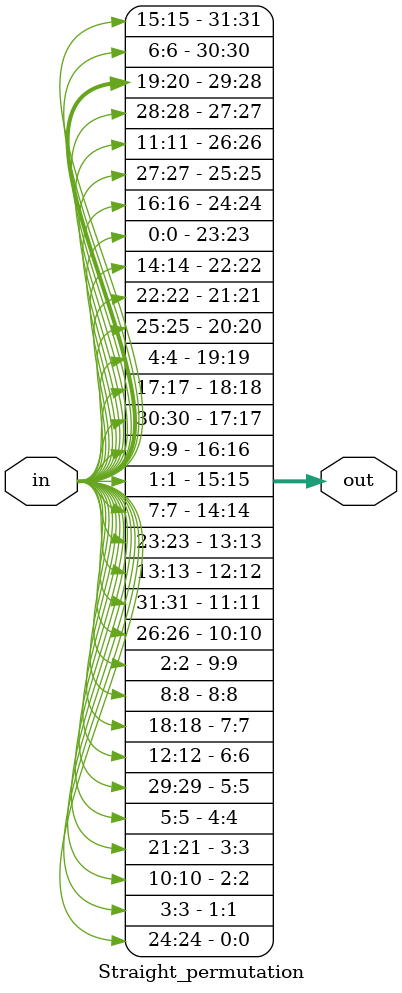
<source format=v>
`timescale 1ns / 1ps
module DES_Implementation(
    input [0:63] Input,
    input[0:47] K1,K2,K3,K4,K5,K6,K7,K8,K9,K10,K11,K12,K13,K14,K15,K16,
    output [0:63] Output
    );
    wire [0:31] L0,L1,L2,L3,L4,L5,L6,L7,L8,L9,L10,L11,L12,L13,L14,L15,L16;
    wire [0:31] R0,R1,R2,R3,R4,R5,R6,R7,R8,R9,R10,R11,R12,R13,R14,R15,R16;
    
    wire [0:63] ip;
    initial_permutation IP1 (Input,ip);
    
    //Before key
    wire [0:47] BK1,BK2,BK3,BK4,BK5,BK6,BK7,BK8,BK9,BK10,BK11,BK12,BK13,BK14,BK15,BK16;
    //After key
    wire [0:47] AK1,AK2,AK3,AK4,AK5,AK6,AK7,AK8,AK9,AK10,AK11,AK12,AK13,AK14,AK15,AK16;
    //Before XORing finally at the end
    wire [0:31] BL1,BL2,BL3,BL4,BL5,BL6,BL7,BL8,BL9,BL10,BL11,BL12,BL13,BL14,BL15,BL16;
    
    //after permutation dividing into 2 parts
    assign L0 = ip[0:31];
    assign R0 = ip[31:63];
    
    assign L1 = R0;
    //getting through expansion key-box then xor'ing
    expansion_pbox Exp1(R0,BK1);
    assign AK1 = BK1 ^ K1;
    
    Calculate_SBOX SB1(AK1, BL1);
    assign R1 = L0 ^ BL1;
    
    assign Output = {L1,R1};
    
endmodule

module initial_permutation(
    input [0:63] data_in,  // 64-bit input data
    output [0:63] data_out // 64-bit output data after permutation
);

// Perform the bit permutation according to the correct order (starting from data_out[0])
 //58 50 42 34 26 18 10 02
assign data_out[0] = data_in[57];   // Bit 58 to output 0
assign data_out[1] = data_in[49];   // Bit 50 to output 1
assign data_out[2] = data_in[41];   // Bit 42 to output 2
assign data_out[3] = data_in[33];   // Bit 34 to output 3
assign data_out[4] = data_in[25];   // Bit 26 to output 4
assign data_out[5] = data_in[17];   // Bit 18 to output 5
assign data_out[6] = data_in[9];    // Bit 10 to output 6
assign data_out[7] = data_in[1];    // Bit 02 to output 7

// 60 52 44 36 28 20 12 04
assign data_out[8] = data_in[59];   // Bit 60 to output 8
assign data_out[9] = data_in[51];   // Bit 52 to output 9
assign data_out[10] = data_in[43];  // Bit 44 to output 10
assign data_out[11] = data_in[35];  // Bit 36 to output 11
assign data_out[12] = data_in[27];  // Bit 28 to output 12
assign data_out[13] = data_in[19];  // Bit 20 to output 13
assign data_out[14] = data_in[11];  // Bit 12 to output 14
assign data_out[15] = data_in[3];   // Bit 04 to output 15

//  62 54 46 38 30 22 14 06
assign data_out[16] = data_in[61];  // Bit 62 to output 16
assign data_out[17] = data_in[53];  // Bit 54 to output 17
assign data_out[18] = data_in[45];  // Bit 46 to output 18
assign data_out[19] = data_in[37];  // Bit 38 to output 19
assign data_out[20] = data_in[29];  // Bit 30 to output 20
assign data_out[21] = data_in[21];  // Bit 22 to output 21
assign data_out[22] = data_in[13];  // Bit 14 to output 22
assign data_out[23] = data_in[5];   // Bit 06 to output 23

// 64 56 48 40 32 24 16 08
assign data_out[24] = data_in[63];  // Bit 64 to output 24
assign data_out[25] = data_in[55];  // Bit 56 to output 25
assign data_out[26] = data_in[47];  // Bit 48 to output 26
assign data_out[27] = data_in[39];  // Bit 40 to output 27
assign data_out[28] = data_in[31];  // Bit 32 to output 28
assign data_out[29] = data_in[23];  // Bit 24 to output 29
assign data_out[30] = data_in[15];  // Bit 16 to output 30
assign data_out[31] = data_in[7];   // Bit 08 to output 31

// 57 49 41 33 25 17 09 01
assign data_out[32] = data_in[56];  // Bit 57 to output 32
assign data_out[33] = data_in[48];  // Bit 49 to output 33
assign data_out[34] = data_in[40];  // Bit 41 to output 34
assign data_out[35] = data_in[32];  // Bit 33 to output 35
assign data_out[36] = data_in[24];  // Bit 25 to output 36
assign data_out[37] = data_in[16];  // Bit 17 to output 37
assign data_out[38] = data_in[8];   // Bit 09 to output 38
assign data_out[39] = data_in[0];   // Bit 01 to output 39

// 59 51 43 35 27 19 11 03
assign data_out[40] = data_in[58];  // Bit 59 to output 40
assign data_out[41] = data_in[50];  // Bit 51 to output 41
assign data_out[42] = data_in[42];  // Bit 43 to output 42
assign data_out[43] = data_in[34];  // Bit 35 to output 43
assign data_out[44] = data_in[26];  // Bit 27 to output 44
assign data_out[45] = data_in[18];  // Bit 19 to output 45
assign data_out[46] = data_in[10];  // Bit 11 to output 46
assign data_out[47] = data_in[2];   // Bit 03 to output 47

//  61 53 45 37 29 21 13 05
assign data_out[48] = data_in[60];  // Bit 61 to output 48
assign data_out[49] = data_in[52];  // Bit 53 to output 49
assign data_out[50] = data_in[44];  // Bit 45 to output 50
assign data_out[51] = data_in[36];  // Bit 37 to output 51
assign data_out[52] = data_in[28];  // Bit 29 to output 52
assign data_out[53] = data_in[20];  // Bit 21 to output 53
assign data_out[54] = data_in[12];  // Bit 13 to output 54
assign data_out[55] = data_in[4];   // Bit 05 to output 55

//63 55 47 39 31 23 15 07
assign data_out[56] = data_in[62];  // Bit 63 to output 56
assign data_out[57] = data_in[54];  // Bit 55 to output 57
assign data_out[58] = data_in[46];  // Bit 47 to output 58
assign data_out[59] = data_in[38];  // Bit 39 to output 59
assign data_out[60] = data_in[30];  // Bit 31 to output 60
assign data_out[61] = data_in[22];  // Bit 23 to output 61
assign data_out[62] = data_in[14];  // Bit 15 to output 62
assign data_out[63] = data_in[6];   // Bit 07 to output 63

endmodule

module final_permutation(
    input [0:63] data_in,  // 64-bit input data
    output [0:63] data_out // 64-bit output data after final permutation
);

// Perform the bit permutation according to the final permutation (FP) table
//40 08 48 16 56 24 64 32
assign data_out[0] = data_in[39];   // Bit 40 to output 0
assign data_out[1] = data_in[7];    // Bit 08 to output 1
assign data_out[2] = data_in[47];   // Bit 48 to output 2
assign data_out[3] = data_in[15];   // Bit 16 to output 3
assign data_out[4] = data_in[55];   // Bit 56 to output 4
assign data_out[5] = data_in[23];   // Bit 24 to output 5
assign data_out[6] = data_in[63];   // Bit 64 to output 6
assign data_out[7] = data_in[31];   // Bit 32 to output 7

//39 07 47 15 55 23 63 31
assign data_out[8] = data_in[38];   // Bit 39 to output 8
assign data_out[9] = data_in[6];    // Bit 07 to output 9
assign data_out[10] = data_in[46];  // Bit 47 to output 10
assign data_out[11] = data_in[14];  // Bit 15 to output 11
assign data_out[12] = data_in[54];  // Bit 55 to output 12
assign data_out[13] = data_in[22];  // Bit 23 to output 13
assign data_out[14] = data_in[62];  // Bit 63 to output 14
assign data_out[15] = data_in[30];  // Bit 31 to output 15

// 38 06 46 14 54 22 62 30
assign data_out[16] = data_in[37];  // Bit 38 to output 16
assign data_out[17] = data_in[5];   // Bit 06 to output 17
assign data_out[18] = data_in[45];  // Bit 46 to output 18
assign data_out[19] = data_in[13];  // Bit 14 to output 19
assign data_out[20] = data_in[53];  // Bit 54 to output 20
assign data_out[21] = data_in[21];  // Bit 22 to output 21
assign data_out[22] = data_in[61];  // Bit 62 to output 22
assign data_out[23] = data_in[29];  // Bit 30 to output 23

// 37 05 45 13 53 21 61 29
assign data_out[24] = data_in[36];  // Bit 37 to output 24
assign data_out[25] = data_in[4];   // Bit 05 to output 25
assign data_out[26] = data_in[44];  // Bit 45 to output 26
assign data_out[27] = data_in[12];  // Bit 13 to output 27
assign data_out[28] = data_in[52];  // Bit 53 to output 28
assign data_out[29] = data_in[20];  // Bit 21 to output 29
assign data_out[30] = data_in[60];  // Bit 61 to output 30
assign data_out[31] = data_in[28];  // Bit 29 to output 31

// 36 04 44 12 52 20 60 28
assign data_out[32] = data_in[35];  // Bit 36 to output 32
assign data_out[33] = data_in[3];   // Bit 04 to output 33
assign data_out[34] = data_in[43];  // Bit 44 to output 34
assign data_out[35] = data_in[11];  // Bit 12 to output 35
assign data_out[36] = data_in[51];  // Bit 52 to output 36
assign data_out[37] = data_in[19];  // Bit 20 to output 37
assign data_out[38] = data_in[59];  // Bit 60 to output 38
assign data_out[39] = data_in[27];  // Bit 28 to output 39

// 35 03 43 11 51 19 59 27
assign data_out[40] = data_in[34];  // Bit 35 to output 40
assign data_out[41] = data_in[2];   // Bit 03 to output 41
assign data_out[42] = data_in[42];  // Bit 43 to output 42
assign data_out[43] = data_in[10];  // Bit 11 to output 43
assign data_out[44] = data_in[50];  // Bit 51 to output 44
assign data_out[45] = data_in[18];  // Bit 19 to output 45
assign data_out[46] = data_in[58];  // Bit 59 to output 46
assign data_out[47] = data_in[26];  // Bit 27 to output 47

// 34 02 42 10 50 18 58 26
assign data_out[48] = data_in[33];  // Bit 34 to output 48
assign data_out[49] = data_in[1];   // Bit 01 to output 49
assign data_out[50] = data_in[41];  // Bit 41 to output 50
assign data_out[51] = data_in[9];   // Bit 09 to output 51
assign data_out[52] = data_in[49];  // Bit 49 to output 52
assign data_out[53] = data_in[17];  // Bit 17 to output 53
assign data_out[54] = data_in[57];  // Bit 57 to output 54
assign data_out[55] = data_in[25];  // Bit 25 to output 55

// 33 01 41 09 49 17 57 25
assign data_out[56] = data_in[32];  // Bit 33 to output 56
assign data_out[57] = data_in[0];   // Bit 01 to output 57
assign data_out[58] = data_in[40];  // Bit 41 to output 58
assign data_out[59] = data_in[8];   // Bit 09 to output 59
assign data_out[60] = data_in[48];  // Bit 49 to output 60
assign data_out[61] = data_in[16];  // Bit 17 to output 61
assign data_out[62] = data_in[56];  // Bit 57 to output 62
assign data_out[63] = data_in[24];  // Bit 25 to output 63

endmodule

module expansion_pbox(
    input [31:0] data_in,   // 32-bit input
    output [47:0] data_out  // 48-bit expanded output
);

// Perform the bit expansion according to the expansion P-box table
assign data_out[0] = data_in[31];  // Bit 32 to output 0
assign data_out[1] = data_in[0];   // Bit 01 to output 1
assign data_out[2] = data_in[1];   // Bit 02 to output 2
assign data_out[3] = data_in[2];   // Bit 03 to output 3
assign data_out[4] = data_in[3];   // Bit 04 to output 4
assign data_out[5] = data_in[4];   // Bit 05 to output 5

assign data_out[6] = data_in[3];   // Bit 04 to output 6
assign data_out[7] = data_in[4];   // Bit 05 to output 7
assign data_out[8] = data_in[5];   // Bit 06 to output 8
assign data_out[9] = data_in[6];   // Bit 07 to output 9
assign data_out[10] = data_in[7];  // Bit 08 to output 10
assign data_out[11] = data_in[8];  // Bit 09 to output 11

assign data_out[12] = data_in[7];  // Bit 08 to output 12
assign data_out[13] = data_in[8];  // Bit 09 to output 13
assign data_out[14] = data_in[9];  // Bit 10 to output 14
assign data_out[15] = data_in[10]; // Bit 11 to output 15
assign data_out[16] = data_in[11]; // Bit 12 to output 16
assign data_out[17] = data_in[12]; // Bit 13 to output 17

assign data_out[18] = data_in[11]; // Bit 12 to output 18
assign data_out[19] = data_in[12]; // Bit 13 to output 19
assign data_out[20] = data_in[13]; // Bit 14 to output 20
assign data_out[21] = data_in[14]; // Bit 15 to output 21
assign data_out[22] = data_in[15]; // Bit 16 to output 22
assign data_out[23] = data_in[16]; // Bit 17 to output 23

assign data_out[24] = data_in[15]; // Bit 16 to output 24
assign data_out[25] = data_in[16]; // Bit 17 to output 25
assign data_out[26] = data_in[17]; // Bit 18 to output 26
assign data_out[27] = data_in[18]; // Bit 19 to output 27
assign data_out[28] = data_in[19]; // Bit 20 to output 28
assign data_out[29] = data_in[20]; // Bit 21 to output 29

assign data_out[30] = data_in[19]; // Bit 20 to output 30
assign data_out[31] = data_in[20]; // Bit 21 to output 31
assign data_out[32] = data_in[21]; // Bit 22 to output 32
assign data_out[33] = data_in[22]; // Bit 23 to output 33
assign data_out[34] = data_in[23]; // Bit 24 to output 34
assign data_out[35] = data_in[24]; // Bit 25 to output 35

assign data_out[36] = data_in[23]; // Bit 24 to output 36
assign data_out[37] = data_in[24]; // Bit 25 to output 37
assign data_out[38] = data_in[25]; // Bit 26 to output 38
assign data_out[39] = data_in[26]; // Bit 27 to output 39
assign data_out[40] = data_in[27]; // Bit 28 to output 40
assign data_out[41] = data_in[28]; // Bit 29 to output 41

assign data_out[42] = data_in[27]; // Bit 28 to output 42
assign data_out[43] = data_in[28]; // Bit 29 to output 43
assign data_out[44] = data_in[29]; // Bit 30 to output 44
assign data_out[45] = data_in[30]; // Bit 31 to output 45
assign data_out[46] = data_in[31]; // Bit 32 to output 46
assign data_out[47] = data_in[0];  // Bit 01 to output 47

endmodule

module xor_48bit(
    input [47:0] num1,  // First 48-bit input
    input [47:0] num2,  // Second 48-bit input
    output [47:0] result  // 48-bit XOR result
);

// XOR operation between the two 48-bit numbers
assign result = num1 ^ num2;

endmodule

module Calculate_SBOX(
    input [47:0] in,
    output[31:0] out
    );
    wire [5:0] si0,si1,si2,si3,si4,si5,si6,si7;
    
    S_box_pre_calculation sp0(in[5:0],si0);
    S_box_pre_calculation sp1(in[11:6],si1);
    S_box_pre_calculation sp2(in[17:12],si2);
    S_box_pre_calculation sp3(in[23:18],si3);
    S_box_pre_calculation sp4(in[29:24],si4);
    S_box_pre_calculation sp5(in[35:30],si5);
    S_box_pre_calculation sp6(in[41:36],si6);
    S_box_pre_calculation sp7(in[47:42],si7);
    
    S8 sc0(si0 , out[3:0]);
    S7 sc1(si1 , out[7:4]);
    S6 sc2(si2 , out[11:8]);
    S5 sc3(si3 , out[15:12]);
    S4 sc4(si4 , out[19:16]);
    S3 sc5(si5 , out[23:20]);
    S2 sc6(si6 , out[27:24]);
    S1 sc7(si7 , out[31:28]);
    
endmodule 

module S_box_pre_calculation( 
    input [5:0] in,
    output reg [5:0] out
    );
    
  always @* begin
    out = 6'b000000; // Initialize to 0
    case (in)
        6'b0_0000_0: out = 0;
        6'b0_0001_0: out = 1;
        6'b0_0010_0: out = 2;
        6'b0_0011_0: out = 3;
        6'b0_0100_0: out = 4;
        6'b0_0101_0: out = 5;
        6'b0_0110_0: out = 6;
        6'b0_0111_0: out = 7;
        6'b0_1000_0: out = 8;
        6'b0_1001_0: out = 9;
        6'b0_1010_0: out = 10;
        6'b0_1011_0: out = 11;
        6'b0_1100_0: out = 12;
        6'b0_1101_0: out = 13;
        6'b0_1110_0: out = 14;
        6'b0_1111_0: out = 15;

        6'b0_0000_1: out = 16;
        6'b0_0001_1: out = 17;
        6'b0_0010_1: out = 18;
        6'b0_0011_1: out = 19;
        6'b0_0100_1: out = 20;
        6'b0_0101_1: out = 21;
        6'b0_0110_1: out = 22;
        6'b0_0111_1: out = 23;
        6'b0_1000_1: out = 24;
        6'b0_1001_1: out = 25;
        6'b0_1010_1: out = 26;
        6'b0_1011_1: out = 27;
        6'b0_1100_1: out = 28;
        6'b0_1101_1: out = 29;
        6'b0_1110_1: out = 30;
        6'b0_1111_1: out = 31;

        6'b1_0000_0: out = 32;
        6'b1_0001_0: out = 33;
        6'b1_0010_0: out = 34;
        6'b1_0011_0: out = 35;
        6'b1_0100_0: out = 36;
        6'b1_0101_0: out = 37;
        6'b1_0110_0: out = 38;
        6'b1_0111_0: out = 39;
        6'b1_1000_0: out = 40;
        6'b1_1001_0: out = 41;
        6'b1_1010_0: out = 42;
        6'b1_1011_0: out = 43;
        6'b1_1100_0: out = 44;
        6'b1_1101_0: out = 45;
        6'b1_1110_0: out = 46;
        6'b1_1111_0: out = 47;

        6'b1_0000_1: out = 48;
        6'b1_0001_1: out = 49;
        6'b1_0010_1: out = 50;
        6'b1_0011_1: out = 51;
        6'b1_0100_1: out = 52;
        6'b1_0101_1: out = 53;
        6'b1_0110_1: out = 54;
        6'b1_0111_1: out = 55;
        6'b1_1000_1: out = 56;
        6'b1_1001_1: out = 57;
        6'b1_1010_1: out = 58;
        6'b1_1011_1: out = 59;
        6'b1_1100_1: out = 60;
        6'b1_1101_1: out = 61;
        6'b1_1110_1: out = 62;
        6'b1_1111_1: out = 63;
      default: out = 0;
    endcase
    end
endmodule


module S1(
    input [5:0] in, 
    output reg [3:0] out
    );
    
   initial begin
    out = 4'b0000;  // Initialize out to 0
  end
  
  always @* case (in)
    0 : out = 14;
    1 : out = 4;
    2 : out = 13;
    3 : out = 01;
    4 : out = 02;
    5 : out = 15;
    6 : out = 11;
    7 : out = 08;
    8 : out = 03;
    9 : out = 10;
    10 : out = 06;
    11 : out = 12;
    12 : out = 05;
    13 : out = 09;
    14 : out = 00;
    15 : out = 07;
    
    16 : out = 0;
    17 : out = 15;
    18 : out = 07;
    19 : out = 04;
    20 : out = 14;
    21 : out = 02;
    22 : out = 13;
    23 : out = 10;
    24 : out = 03;
    25 : out = 06;
    26 : out = 12;
    27 : out = 11;
    28 : out = 09;
    29 : out = 05;
    30 : out = 03;
    31 : out = 08;
    
    32 : out = 04;
    33 : out = 01;
    34 : out = 14;
    35 : out = 08;
    36 : out = 13;
    37 : out = 06;
    38 : out = 02;
    39 : out = 11;
    40 : out = 15;
    41 : out = 12;
    42 : out = 09;
    43 : out = 07;
    44 : out = 03;
    45 : out = 10;
    46 : out = 05;
    47 : out = 00;
    
    48 : out = 15;
    49 : out = 12;
    50 : out = 08;
    51 : out = 02;
    52 : out = 04;
    53 : out = 09;
    54 : out = 01;
    55 : out = 07;
    56 : out = 05;
    57 : out = 11;
    58 : out = 03;
    59 : out = 14;
    60 : out = 10;
    61 : out = 00;
    62 : out = 06;
    63 : out = 13;
  endcase
endmodule

module S2(
    input [5:0] in, 
    output reg [3:0] out
    );
    initial begin
    out = 4'b0000;  // Initialize out to 0
  end
  
  always @* case (in)
  //15 01 08 14 06 11 03 04 09 07 02 13 12 00 05 10
    0 : out = 15;
    1 : out = 01;
    2 : out = 08;
    3 : out = 14;
    4 : out = 06;
    5 : out = 11;
    6 : out = 03;
    7 : out = 04;
    8 : out = 09;
    9 : out = 07;
    10 : out = 02;
    11 : out = 13;
    12 : out = 12;
    13 : out = 00;
    14 : out = 05;
    15 : out = 10;
    
    //03 13 04 07 15 02 08 14 12 00 01 10 06 09 11 05
    16 : out = 03;
    17 : out = 13;
    18 : out = 04;
    19 : out = 07;
    20 : out = 15;
    21 : out = 02;
    22 : out = 08;
    23 : out = 14;
    24 : out = 12;
    25 : out = 00;
    26 : out = 01;
    27 : out = 10;
    28 : out = 06;
    29 : out = 09;
    30 : out = 11;
    31 : out = 05;
    
    32 : out = 00;
    33 : out = 14;
    34 : out = 07;
    35 : out = 11;
    36 : out = 10;
    37 : out = 04;
    38 : out = 13;
    39 : out = 01;
    40 : out = 05;
    41 : out = 08;
    42 : out = 12;
    43 : out = 06;
    44 : out = 09;
    45 : out = 03;
    46 : out = 02;
    47 : out = 15;
    
    48 : out = 13;
    49 : out = 08;
    50 : out = 10;
    51 : out = 01;
    52 : out = 03;
    53 : out = 15;
    54 : out = 04;
    55 : out = 02;
    56 : out = 11;
    57 : out = 06;
    58 : out = 07;
    59 : out = 12;
    60 : out = 00;
    61 : out = 05;
    62 : out = 14;
    63 : out = 09;
  endcase
endmodule

module S3(input [5:0] in, output reg [3:0] out);

  initial begin
    out = 4'b0000;  // Initialize out to 0
  end
  
  always @* case (in)
    0 : out = 10;
    1 : out = 00;
    2 : out = 09;
    3 : out = 14;
    4 : out = 06;
    5 : out = 03;
    6 : out = 15;
    7 : out = 05;
    8 : out = 01;
    9 : out = 13;
    10 : out = 12;
    11 : out = 07;
    12 : out = 11;
    13 : out = 04;
    14 : out = 02;
    15 : out = 08;
    
    16 : out = 13;
    17 : out = 07;
    18 : out = 00;
    19 : out = 09;
    20 : out = 03;
    21 : out = 04;
    22 : out = 06;
    23 : out = 10;
    24 : out = 02;
    25 : out = 08;
    26 : out = 05;
    27 : out = 14;
    28 : out = 12;
    29 : out = 11;
    30 : out = 15;
    31 : out = 01;
    
    32 : out = 13;
    33 : out = 06;
    34 : out = 04;
    35 : out = 09;
    36 : out = 08;
    37 : out = 15;
    38 : out = 03;
    39 : out = 00;
    40 : out = 11;
    41 : out = 01;
    42 : out = 02;
    43 : out = 12;
    44 : out = 05;
    45 : out = 10;
    46 : out = 14;
    47 : out = 07;
    
    48 : out = 01;
    49 : out = 10;
    50 : out = 13;
    51 : out = 00;
    52 : out = 06;
    53 : out = 09;
    54 : out = 08;
    55 : out = 07;
    56 : out = 04;
    57 : out = 15;
    58 : out = 14;
    59 : out = 03;
    60 : out = 11;
    61 : out = 05;
    62 : out = 02;
    63 : out = 12;
  endcase
endmodule

module S4(input [5:0] in, output reg [3:0] out);

  initial begin
    out = 4'b0000;  // Initialize out to 0
  end
  always @* case (in)
    0 : out = 07;
    1 : out = 13;
    2 : out = 14;
    3 : out = 03;
    4 : out = 00;
    5 : out = 06;
    6 : out = 09;
    7 : out = 10;
    8 : out = 01;
    9 : out = 02;
    10 : out = 08;
    11 : out = 05;
    12 : out = 11;
    13 : out = 12;
    14 : out = 04;
    15 : out = 15;
    
    16 : out = 13;
    17 : out = 08;
    18 : out = 11;
    19 : out = 05;
    20 : out = 06;
    21 : out = 15;
    22 : out = 00;
    23 : out = 03;
    24 : out = 04;
    25 : out = 07;
    26 : out = 02;
    27 : out = 12;
    28 : out = 01;
    29 : out = 10;
    30 : out = 14;
    31 : out = 09;
    
    32 : out = 10;
    33 : out = 06;
    34 : out = 09;
    35 : out = 00;
    36 : out = 12;
    37 : out = 11;
    38 : out = 07;
    39 : out = 13;
    40 : out = 15;
    41 : out = 01;
    42 : out = 03;
    43 : out = 14;
    44 : out = 05;
    45 : out = 02;
    46 : out = 08;
    47 : out = 04;
    
    48 : out = 03;
    49 : out = 15;
    50 : out = 00;
    51 : out = 06;
    52 : out = 10;
    53 : out = 01;
    54 : out = 13;
    55 : out = 08;
    56 : out = 09;
    57 : out = 04;
    58 : out = 05;
    59 : out = 11;
    60 : out = 12;
    61 : out = 07;
    62 : out = 02;
    63 : out = 14;
  endcase
endmodule

module S5(input [5:0] in, output reg [3:0] out);

  initial begin
    out = 4'b0000;  // Initialize out to 0
  end
  
  
  always @* case (in)
    0 : out = 02;
    1 : out = 12;
    2 : out = 04;
    3 : out = 01;
    4 : out = 07;
    5 : out = 10;
    6 : out = 11;
    7 : out = 06;
    8 : out = 08;
    9 : out = 05;
    10 : out = 03;
    11 : out = 15;
    12 : out = 13;
    13 : out = 00;
    14 : out = 14;
    15 : out = 09;
    
    16 : out = 14;
    17 : out = 11;
    18 : out = 02;
    19 : out = 12;
    20 : out = 04;
    21 : out = 07;
    22 : out = 13;
    23 : out = 01;
    24 : out = 05;
    25 : out = 00;
    26 : out = 15;
    27 : out = 10;
    28 : out = 03;
    29 : out = 09;
    30 : out = 08;
    31 : out = 06;
    
    32 : out = 04;
    33 : out = 02;
    34 : out = 01;
    35 : out = 11;
    36 : out = 10;
    37 : out = 13;
    38 : out = 07;
    39 : out = 08;
    40 : out = 15;
    41 : out = 09;
    42 : out = 12;
    43 : out = 05;
    44 : out = 06;
    45 : out = 03;
    46 : out = 00;
    47 : out = 14;
    
    48 : out = 11;
    49 : out = 08;
    50 : out = 12;
    51 : out = 07;
    52 : out = 01;
    53 : out = 14;
    54 : out = 02;
    55 : out = 13;
    56 : out = 06;
    57 : out = 15;
    58 : out = 00;
    59 : out = 09;
    60 : out = 10;
    61 : out = 04;
    62 : out = 05;
    63 : out = 03;
  endcase
endmodule

module S6(input [5:0] in, output reg [3:0] out);

  initial begin
    out = 4'b0000;  // Initialize out to 0
  end
  
  
  always @* case (in)
    0 : out = 12;
    1 : out = 01;
    2 : out = 10;
    3 : out = 15;
    4 : out = 09;
    5 : out = 02;
    6 : out = 06;
    7 : out = 08;
    8 : out = 00;
    9 : out = 13;
    10 : out = 03;
    11 : out = 04;
    12 : out = 14;
    13 : out = 07;
    14 : out = 05;
    15 : out = 11;
    
    16 : out = 10;
    17 : out = 15;
    18 : out = 04;
    19 : out = 02;
    20 : out = 07;
    21 : out = 12;
    22 : out = 09;
    23 : out = 05;
    24 : out = 06;
    25 : out = 01;
    26 : out = 13;
    27 : out = 14;
    28 : out = 00;
    29 : out = 11;
    30 : out = 03;
    31 : out = 08;
    
    32 : out = 09;
    33 : out = 14;
    34 : out = 15;
    35 : out = 05;
    36 : out = 02;
    37 : out = 08;
    38 : out = 12;
    39 : out = 03;
    40 : out = 07;
    41 : out = 00;
    42 : out = 04;
    43 : out = 10;
    44 : out = 01;
    45 : out = 13;
    46 : out = 11;
    47 : out = 06;
    
    48 : out = 04;
    49 : out = 03;
    50 : out = 02;
    51 : out = 12;
    52 : out = 09;
    53 : out = 05;
    54 : out = 15;
    55 : out = 10;
    56 : out = 11;
    57 : out = 14;
    58 : out = 01;
    59 : out = 07;
    60 : out = 10;
    61 : out = 00;
    62 : out = 08;
    63 : out = 13;
  endcase
endmodule

module S7(input [5:0] in, output reg [3:0] out);

  initial begin
    out = 4'b0000;  // Initialize out to 0
  end
  
  always @* case (in)
    0 : out = 04;
    1 : out = 11;
    2 : out = 02;
    3 : out = 14;
    4 : out = 15;
    5 : out = 00;
    6 : out = 08;
    7 : out = 13;
    8 : out = 03;
    9 : out = 12;
    10 : out = 09;
    11 : out = 07;
    12 : out = 05;
    13 : out = 10;
    14 : out = 06;
    15 : out = 01;
    
    16 : out = 13;
    17 : out = 00;
    18 : out = 11;
    19 : out = 07;
    20 : out = 04;
    21 : out = 09;
    22 : out = 01;
    23 : out = 10;
    24 : out = 14;
    25 : out = 03;
    26 : out = 05;
    27 : out = 12;
    28 : out = 02;
    29 : out = 15;
    30 : out = 08;
    31 : out = 06;
    
    32 : out = 01;
    33 : out = 04;
    34 : out = 11;
    35 : out = 13;
    36 : out = 12;
    37 : out = 03;
    38 : out = 07;
    39 : out = 14;
    40 : out = 10;
    41 : out = 15;
    42 : out = 06;
    43 : out = 08;
    44 : out = 00;
    45 : out = 05;
    46 : out = 09;
    47 : out = 02;
    
    48 : out = 06;
    49 : out = 11;
    50 : out = 13;
    51 : out = 08;
    52 : out = 01;
    53 : out = 04;
    54 : out = 10;
    55 : out = 07;
    56 : out = 09;
    57 : out = 05;
    58 : out = 00;
    59 : out = 15;
    60 : out = 14;
    61 : out = 02;
    62 : out = 03;
    63 : out = 12;
  endcase
endmodule

module S8(input [5:0] in, output reg [3:0] out);
   initial begin
    out = 4'b0000;  // Initialize out to 0
  end
  
  always @* case (in)
    0 : out = 13;
    1 : out = 02;
    2 : out = 08;
    3 : out = 04;
    4 : out = 06;
    5 : out = 15;
    6 : out = 11;
    7 : out = 01;
    8 : out = 10;
    9 : out = 09;
    10 : out = 03;
    11 : out = 14;
    12 : out = 05;
    13 : out = 00;
    14 : out = 12;
    15 : out = 07;
    
    16 : out = 01;
    17 : out = 15;
    18 : out = 13;
    19 : out = 08;
    20 : out = 10;
    21 : out = 03;
    22 : out = 07;
    23 : out = 04;
    24 : out = 12;
    25 : out = 05;
    26 : out = 06;
    27 : out = 11;
    28 : out = 10;
    29 : out = 14;
    30 : out = 09;
    31 : out = 02;
    
    32 : out = 07;
    33 : out = 11;
    34 : out = 04;
    35 : out = 01;
    36 : out = 09;
    37 : out = 12;
    38 : out = 14;
    39 : out = 02;
    40 : out = 00;
    41 : out = 06;
    42 : out = 10;
    43 : out = 10;
    44 : out = 15;
    45 : out = 03;
    46 : out = 05;
    47 : out = 08;
    
    48 : out = 02;
    49 : out = 01;
    50 : out = 14;
    51 : out = 07;
    52 : out = 04;
    53 : out = 10;
    54 : out = 08;
    55 : out = 13;
    56 : out = 15;
    57 : out = 12;
    58 : out = 09;
    59 : out = 09;
    60 : out = 03;
    61 : out = 05;
    62 : out = 06;
    63 : out = 11;
  endcase
endmodule


module Straight_permutation(
    input  [0:31] in,   // 32-bit input
    output [0:31] out   // 32-bit output
    );

    assign out[0]  = in[15];  // 16
    assign out[1]  = in[6];   // 07
    assign out[2]  = in[19];  // 20
    assign out[3]  = in[20];  // 21
    assign out[4]  = in[28];  // 29
    assign out[5]  = in[11];  // 12
    assign out[6]  = in[27];  // 28
    assign out[7]  = in[16];  // 17
    assign out[8]  = in[0];   // 01
    assign out[9]  = in[14];  // 15
    assign out[10] = in[22];  // 23
    assign out[11] = in[25];  // 26
    assign out[12] = in[4];   // 05
    assign out[13] = in[17];  // 18
    assign out[14] = in[30];  // 31
    assign out[15] = in[9];   // 10
    assign out[16] = in[1];   // 02
    assign out[17] = in[7];   // 08
    assign out[18] = in[23];  // 24
    assign out[19] = in[13];  // 14
    assign out[20] = in[31];  // 32
    assign out[21] = in[26];  // 27
    assign out[22] = in[2];   // 03
    assign out[23] = in[8];   // 09
    assign out[24] = in[18];  // 19
    assign out[25] = in[12];  // 13
    assign out[26] = in[29];  // 30
    assign out[27] = in[5];   // 06
    assign out[28] = in[21];  // 22
    assign out[29] = in[10];  // 11
    assign out[30] = in[3];   // 04
    assign out[31] = in[24];  // 25
endmodule



</source>
